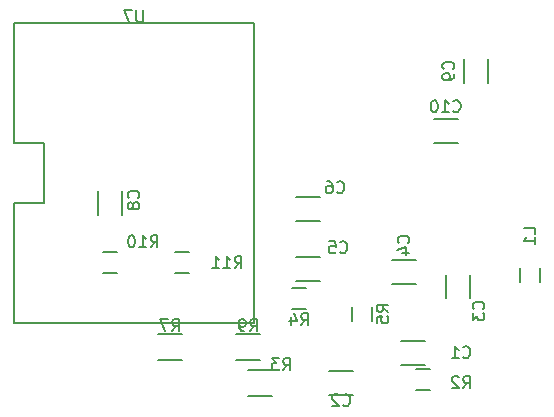
<source format=gbo>
G04 #@! TF.GenerationSoftware,KiCad,Pcbnew,(2016-12-18 revision 3ffa37c)-makepkg*
G04 #@! TF.CreationDate,2016-12-23T23:11:33-05:00*
G04 #@! TF.ProjectId,Energy_Meter,456E657267795F4D657465722E6B6963,rev?*
G04 #@! TF.FileFunction,Legend,Bot*
G04 #@! TF.FilePolarity,Positive*
%FSLAX46Y46*%
G04 Gerber Fmt 4.6, Leading zero omitted, Abs format (unit mm)*
G04 Created by KiCad (PCBNEW (2016-12-18 revision 3ffa37c)-makepkg) date 12/23/16 23:11:33*
%MOMM*%
%LPD*%
G01*
G04 APERTURE LIST*
%ADD10C,0.100000*%
%ADD11C,0.150000*%
G04 APERTURE END LIST*
D10*
D11*
X188230000Y-119879000D02*
X190230000Y-119879000D01*
X190230000Y-121929000D02*
X188230000Y-121929000D01*
X184134000Y-124469000D02*
X182134000Y-124469000D01*
X182134000Y-122419000D02*
X184134000Y-122419000D01*
X194065000Y-114284000D02*
X194065000Y-116284000D01*
X192015000Y-116284000D02*
X192015000Y-114284000D01*
X189468000Y-115071000D02*
X187468000Y-115071000D01*
X187468000Y-113021000D02*
X189468000Y-113021000D01*
X181340000Y-114817000D02*
X179340000Y-114817000D01*
X179340000Y-112767000D02*
X181340000Y-112767000D01*
X181340000Y-109737000D02*
X179340000Y-109737000D01*
X179340000Y-107687000D02*
X181340000Y-107687000D01*
X162551000Y-109204000D02*
X162551000Y-107204000D01*
X164601000Y-107204000D02*
X164601000Y-109204000D01*
X193539000Y-98028000D02*
X193539000Y-96028000D01*
X195589000Y-96028000D02*
X195589000Y-98028000D01*
X190992000Y-101083000D02*
X192992000Y-101083000D01*
X192992000Y-103133000D02*
X190992000Y-103133000D01*
X189472000Y-124065000D02*
X190672000Y-124065000D01*
X190672000Y-122315000D02*
X189472000Y-122315000D01*
X175276000Y-124519000D02*
X177276000Y-124519000D01*
X177276000Y-122369000D02*
X175276000Y-122369000D01*
X180178000Y-115457000D02*
X178978000Y-115457000D01*
X178978000Y-117207000D02*
X180178000Y-117207000D01*
X184037000Y-117002000D02*
X184037000Y-118202000D01*
X185787000Y-118202000D02*
X185787000Y-117002000D01*
X169656000Y-119321000D02*
X167656000Y-119321000D01*
X167656000Y-121471000D02*
X169656000Y-121471000D01*
X176260000Y-119321000D02*
X174260000Y-119321000D01*
X174260000Y-121471000D02*
X176260000Y-121471000D01*
X162976000Y-114159000D02*
X164176000Y-114159000D01*
X164176000Y-112409000D02*
X162976000Y-112409000D01*
X169072000Y-114159000D02*
X170272000Y-114159000D01*
X170272000Y-112409000D02*
X169072000Y-112409000D01*
X175768000Y-92964000D02*
X155448000Y-92964000D01*
X175768000Y-118364000D02*
X175768000Y-92964000D01*
X155448000Y-118364000D02*
X175768000Y-118364000D01*
X155448000Y-108204000D02*
X155448000Y-118364000D01*
X157988000Y-108204000D02*
X155448000Y-108204000D01*
X157988000Y-103124000D02*
X157988000Y-108204000D01*
X155448000Y-103124000D02*
X157988000Y-103124000D01*
X155448000Y-92964000D02*
X155448000Y-103124000D01*
X198261000Y-113700000D02*
X198261000Y-114900000D01*
X200011000Y-114900000D02*
X200011000Y-113700000D01*
X193460666Y-121261142D02*
X193508285Y-121308761D01*
X193651142Y-121356380D01*
X193746380Y-121356380D01*
X193889238Y-121308761D01*
X193984476Y-121213523D01*
X194032095Y-121118285D01*
X194079714Y-120927809D01*
X194079714Y-120784952D01*
X194032095Y-120594476D01*
X193984476Y-120499238D01*
X193889238Y-120404000D01*
X193746380Y-120356380D01*
X193651142Y-120356380D01*
X193508285Y-120404000D01*
X193460666Y-120451619D01*
X192508285Y-121356380D02*
X193079714Y-121356380D01*
X192794000Y-121356380D02*
X192794000Y-120356380D01*
X192889238Y-120499238D01*
X192984476Y-120594476D01*
X193079714Y-120642095D01*
X183300666Y-125325142D02*
X183348285Y-125372761D01*
X183491142Y-125420380D01*
X183586380Y-125420380D01*
X183729238Y-125372761D01*
X183824476Y-125277523D01*
X183872095Y-125182285D01*
X183919714Y-124991809D01*
X183919714Y-124848952D01*
X183872095Y-124658476D01*
X183824476Y-124563238D01*
X183729238Y-124468000D01*
X183586380Y-124420380D01*
X183491142Y-124420380D01*
X183348285Y-124468000D01*
X183300666Y-124515619D01*
X182919714Y-124515619D02*
X182872095Y-124468000D01*
X182776857Y-124420380D01*
X182538761Y-124420380D01*
X182443523Y-124468000D01*
X182395904Y-124515619D01*
X182348285Y-124610857D01*
X182348285Y-124706095D01*
X182395904Y-124848952D01*
X182967333Y-125420380D01*
X182348285Y-125420380D01*
X195175142Y-117181333D02*
X195222761Y-117133714D01*
X195270380Y-116990857D01*
X195270380Y-116895619D01*
X195222761Y-116752761D01*
X195127523Y-116657523D01*
X195032285Y-116609904D01*
X194841809Y-116562285D01*
X194698952Y-116562285D01*
X194508476Y-116609904D01*
X194413238Y-116657523D01*
X194318000Y-116752761D01*
X194270380Y-116895619D01*
X194270380Y-116990857D01*
X194318000Y-117133714D01*
X194365619Y-117181333D01*
X194270380Y-117514666D02*
X194270380Y-118133714D01*
X194651333Y-117800380D01*
X194651333Y-117943238D01*
X194698952Y-118038476D01*
X194746571Y-118086095D01*
X194841809Y-118133714D01*
X195079904Y-118133714D01*
X195175142Y-118086095D01*
X195222761Y-118038476D01*
X195270380Y-117943238D01*
X195270380Y-117657523D01*
X195222761Y-117562285D01*
X195175142Y-117514666D01*
X188825142Y-111593333D02*
X188872761Y-111545714D01*
X188920380Y-111402857D01*
X188920380Y-111307619D01*
X188872761Y-111164761D01*
X188777523Y-111069523D01*
X188682285Y-111021904D01*
X188491809Y-110974285D01*
X188348952Y-110974285D01*
X188158476Y-111021904D01*
X188063238Y-111069523D01*
X187968000Y-111164761D01*
X187920380Y-111307619D01*
X187920380Y-111402857D01*
X187968000Y-111545714D01*
X188015619Y-111593333D01*
X188253714Y-112450476D02*
X188920380Y-112450476D01*
X187872761Y-112212380D02*
X188587047Y-111974285D01*
X188587047Y-112593333D01*
X183046666Y-112371142D02*
X183094285Y-112418761D01*
X183237142Y-112466380D01*
X183332380Y-112466380D01*
X183475238Y-112418761D01*
X183570476Y-112323523D01*
X183618095Y-112228285D01*
X183665714Y-112037809D01*
X183665714Y-111894952D01*
X183618095Y-111704476D01*
X183570476Y-111609238D01*
X183475238Y-111514000D01*
X183332380Y-111466380D01*
X183237142Y-111466380D01*
X183094285Y-111514000D01*
X183046666Y-111561619D01*
X182141904Y-111466380D02*
X182618095Y-111466380D01*
X182665714Y-111942571D01*
X182618095Y-111894952D01*
X182522857Y-111847333D01*
X182284761Y-111847333D01*
X182189523Y-111894952D01*
X182141904Y-111942571D01*
X182094285Y-112037809D01*
X182094285Y-112275904D01*
X182141904Y-112371142D01*
X182189523Y-112418761D01*
X182284761Y-112466380D01*
X182522857Y-112466380D01*
X182618095Y-112418761D01*
X182665714Y-112371142D01*
X182792666Y-107291142D02*
X182840285Y-107338761D01*
X182983142Y-107386380D01*
X183078380Y-107386380D01*
X183221238Y-107338761D01*
X183316476Y-107243523D01*
X183364095Y-107148285D01*
X183411714Y-106957809D01*
X183411714Y-106814952D01*
X183364095Y-106624476D01*
X183316476Y-106529238D01*
X183221238Y-106434000D01*
X183078380Y-106386380D01*
X182983142Y-106386380D01*
X182840285Y-106434000D01*
X182792666Y-106481619D01*
X181935523Y-106386380D02*
X182126000Y-106386380D01*
X182221238Y-106434000D01*
X182268857Y-106481619D01*
X182364095Y-106624476D01*
X182411714Y-106814952D01*
X182411714Y-107195904D01*
X182364095Y-107291142D01*
X182316476Y-107338761D01*
X182221238Y-107386380D01*
X182030761Y-107386380D01*
X181935523Y-107338761D01*
X181887904Y-107291142D01*
X181840285Y-107195904D01*
X181840285Y-106957809D01*
X181887904Y-106862571D01*
X181935523Y-106814952D01*
X182030761Y-106767333D01*
X182221238Y-106767333D01*
X182316476Y-106814952D01*
X182364095Y-106862571D01*
X182411714Y-106957809D01*
X165965142Y-107783333D02*
X166012761Y-107735714D01*
X166060380Y-107592857D01*
X166060380Y-107497619D01*
X166012761Y-107354761D01*
X165917523Y-107259523D01*
X165822285Y-107211904D01*
X165631809Y-107164285D01*
X165488952Y-107164285D01*
X165298476Y-107211904D01*
X165203238Y-107259523D01*
X165108000Y-107354761D01*
X165060380Y-107497619D01*
X165060380Y-107592857D01*
X165108000Y-107735714D01*
X165155619Y-107783333D01*
X165488952Y-108354761D02*
X165441333Y-108259523D01*
X165393714Y-108211904D01*
X165298476Y-108164285D01*
X165250857Y-108164285D01*
X165155619Y-108211904D01*
X165108000Y-108259523D01*
X165060380Y-108354761D01*
X165060380Y-108545238D01*
X165108000Y-108640476D01*
X165155619Y-108688095D01*
X165250857Y-108735714D01*
X165298476Y-108735714D01*
X165393714Y-108688095D01*
X165441333Y-108640476D01*
X165488952Y-108545238D01*
X165488952Y-108354761D01*
X165536571Y-108259523D01*
X165584190Y-108211904D01*
X165679428Y-108164285D01*
X165869904Y-108164285D01*
X165965142Y-108211904D01*
X166012761Y-108259523D01*
X166060380Y-108354761D01*
X166060380Y-108545238D01*
X166012761Y-108640476D01*
X165965142Y-108688095D01*
X165869904Y-108735714D01*
X165679428Y-108735714D01*
X165584190Y-108688095D01*
X165536571Y-108640476D01*
X165488952Y-108545238D01*
X192621142Y-96861333D02*
X192668761Y-96813714D01*
X192716380Y-96670857D01*
X192716380Y-96575619D01*
X192668761Y-96432761D01*
X192573523Y-96337523D01*
X192478285Y-96289904D01*
X192287809Y-96242285D01*
X192144952Y-96242285D01*
X191954476Y-96289904D01*
X191859238Y-96337523D01*
X191764000Y-96432761D01*
X191716380Y-96575619D01*
X191716380Y-96670857D01*
X191764000Y-96813714D01*
X191811619Y-96861333D01*
X192716380Y-97337523D02*
X192716380Y-97528000D01*
X192668761Y-97623238D01*
X192621142Y-97670857D01*
X192478285Y-97766095D01*
X192287809Y-97813714D01*
X191906857Y-97813714D01*
X191811619Y-97766095D01*
X191764000Y-97718476D01*
X191716380Y-97623238D01*
X191716380Y-97432761D01*
X191764000Y-97337523D01*
X191811619Y-97289904D01*
X191906857Y-97242285D01*
X192144952Y-97242285D01*
X192240190Y-97289904D01*
X192287809Y-97337523D01*
X192335428Y-97432761D01*
X192335428Y-97623238D01*
X192287809Y-97718476D01*
X192240190Y-97766095D01*
X192144952Y-97813714D01*
X192634857Y-100433142D02*
X192682476Y-100480761D01*
X192825333Y-100528380D01*
X192920571Y-100528380D01*
X193063428Y-100480761D01*
X193158666Y-100385523D01*
X193206285Y-100290285D01*
X193253904Y-100099809D01*
X193253904Y-99956952D01*
X193206285Y-99766476D01*
X193158666Y-99671238D01*
X193063428Y-99576000D01*
X192920571Y-99528380D01*
X192825333Y-99528380D01*
X192682476Y-99576000D01*
X192634857Y-99623619D01*
X191682476Y-100528380D02*
X192253904Y-100528380D01*
X191968190Y-100528380D02*
X191968190Y-99528380D01*
X192063428Y-99671238D01*
X192158666Y-99766476D01*
X192253904Y-99814095D01*
X191063428Y-99528380D02*
X190968190Y-99528380D01*
X190872952Y-99576000D01*
X190825333Y-99623619D01*
X190777714Y-99718857D01*
X190730095Y-99909333D01*
X190730095Y-100147428D01*
X190777714Y-100337904D01*
X190825333Y-100433142D01*
X190872952Y-100480761D01*
X190968190Y-100528380D01*
X191063428Y-100528380D01*
X191158666Y-100480761D01*
X191206285Y-100433142D01*
X191253904Y-100337904D01*
X191301523Y-100147428D01*
X191301523Y-99909333D01*
X191253904Y-99718857D01*
X191206285Y-99623619D01*
X191158666Y-99576000D01*
X191063428Y-99528380D01*
X193460666Y-123896380D02*
X193794000Y-123420190D01*
X194032095Y-123896380D02*
X194032095Y-122896380D01*
X193651142Y-122896380D01*
X193555904Y-122944000D01*
X193508285Y-122991619D01*
X193460666Y-123086857D01*
X193460666Y-123229714D01*
X193508285Y-123324952D01*
X193555904Y-123372571D01*
X193651142Y-123420190D01*
X194032095Y-123420190D01*
X193079714Y-122991619D02*
X193032095Y-122944000D01*
X192936857Y-122896380D01*
X192698761Y-122896380D01*
X192603523Y-122944000D01*
X192555904Y-122991619D01*
X192508285Y-123086857D01*
X192508285Y-123182095D01*
X192555904Y-123324952D01*
X193127333Y-123896380D01*
X192508285Y-123896380D01*
X178220666Y-122372380D02*
X178554000Y-121896190D01*
X178792095Y-122372380D02*
X178792095Y-121372380D01*
X178411142Y-121372380D01*
X178315904Y-121420000D01*
X178268285Y-121467619D01*
X178220666Y-121562857D01*
X178220666Y-121705714D01*
X178268285Y-121800952D01*
X178315904Y-121848571D01*
X178411142Y-121896190D01*
X178792095Y-121896190D01*
X177887333Y-121372380D02*
X177268285Y-121372380D01*
X177601619Y-121753333D01*
X177458761Y-121753333D01*
X177363523Y-121800952D01*
X177315904Y-121848571D01*
X177268285Y-121943809D01*
X177268285Y-122181904D01*
X177315904Y-122277142D01*
X177363523Y-122324761D01*
X177458761Y-122372380D01*
X177744476Y-122372380D01*
X177839714Y-122324761D01*
X177887333Y-122277142D01*
X179744666Y-118562380D02*
X180078000Y-118086190D01*
X180316095Y-118562380D02*
X180316095Y-117562380D01*
X179935142Y-117562380D01*
X179839904Y-117610000D01*
X179792285Y-117657619D01*
X179744666Y-117752857D01*
X179744666Y-117895714D01*
X179792285Y-117990952D01*
X179839904Y-118038571D01*
X179935142Y-118086190D01*
X180316095Y-118086190D01*
X178887523Y-117895714D02*
X178887523Y-118562380D01*
X179125619Y-117514761D02*
X179363714Y-118229047D01*
X178744666Y-118229047D01*
X187142380Y-117435333D02*
X186666190Y-117102000D01*
X187142380Y-116863904D02*
X186142380Y-116863904D01*
X186142380Y-117244857D01*
X186190000Y-117340095D01*
X186237619Y-117387714D01*
X186332857Y-117435333D01*
X186475714Y-117435333D01*
X186570952Y-117387714D01*
X186618571Y-117340095D01*
X186666190Y-117244857D01*
X186666190Y-116863904D01*
X186142380Y-118340095D02*
X186142380Y-117863904D01*
X186618571Y-117816285D01*
X186570952Y-117863904D01*
X186523333Y-117959142D01*
X186523333Y-118197238D01*
X186570952Y-118292476D01*
X186618571Y-118340095D01*
X186713809Y-118387714D01*
X186951904Y-118387714D01*
X187047142Y-118340095D01*
X187094761Y-118292476D01*
X187142380Y-118197238D01*
X187142380Y-117959142D01*
X187094761Y-117863904D01*
X187047142Y-117816285D01*
X168822666Y-119070380D02*
X169156000Y-118594190D01*
X169394095Y-119070380D02*
X169394095Y-118070380D01*
X169013142Y-118070380D01*
X168917904Y-118118000D01*
X168870285Y-118165619D01*
X168822666Y-118260857D01*
X168822666Y-118403714D01*
X168870285Y-118498952D01*
X168917904Y-118546571D01*
X169013142Y-118594190D01*
X169394095Y-118594190D01*
X168489333Y-118070380D02*
X167822666Y-118070380D01*
X168251238Y-119070380D01*
X175426666Y-119070380D02*
X175760000Y-118594190D01*
X175998095Y-119070380D02*
X175998095Y-118070380D01*
X175617142Y-118070380D01*
X175521904Y-118118000D01*
X175474285Y-118165619D01*
X175426666Y-118260857D01*
X175426666Y-118403714D01*
X175474285Y-118498952D01*
X175521904Y-118546571D01*
X175617142Y-118594190D01*
X175998095Y-118594190D01*
X174950476Y-119070380D02*
X174760000Y-119070380D01*
X174664761Y-119022761D01*
X174617142Y-118975142D01*
X174521904Y-118832285D01*
X174474285Y-118641809D01*
X174474285Y-118260857D01*
X174521904Y-118165619D01*
X174569523Y-118118000D01*
X174664761Y-118070380D01*
X174855238Y-118070380D01*
X174950476Y-118118000D01*
X174998095Y-118165619D01*
X175045714Y-118260857D01*
X175045714Y-118498952D01*
X174998095Y-118594190D01*
X174950476Y-118641809D01*
X174855238Y-118689428D01*
X174664761Y-118689428D01*
X174569523Y-118641809D01*
X174521904Y-118594190D01*
X174474285Y-118498952D01*
X167012857Y-111958380D02*
X167346190Y-111482190D01*
X167584285Y-111958380D02*
X167584285Y-110958380D01*
X167203333Y-110958380D01*
X167108095Y-111006000D01*
X167060476Y-111053619D01*
X167012857Y-111148857D01*
X167012857Y-111291714D01*
X167060476Y-111386952D01*
X167108095Y-111434571D01*
X167203333Y-111482190D01*
X167584285Y-111482190D01*
X166060476Y-111958380D02*
X166631904Y-111958380D01*
X166346190Y-111958380D02*
X166346190Y-110958380D01*
X166441428Y-111101238D01*
X166536666Y-111196476D01*
X166631904Y-111244095D01*
X165441428Y-110958380D02*
X165346190Y-110958380D01*
X165250952Y-111006000D01*
X165203333Y-111053619D01*
X165155714Y-111148857D01*
X165108095Y-111339333D01*
X165108095Y-111577428D01*
X165155714Y-111767904D01*
X165203333Y-111863142D01*
X165250952Y-111910761D01*
X165346190Y-111958380D01*
X165441428Y-111958380D01*
X165536666Y-111910761D01*
X165584285Y-111863142D01*
X165631904Y-111767904D01*
X165679523Y-111577428D01*
X165679523Y-111339333D01*
X165631904Y-111148857D01*
X165584285Y-111053619D01*
X165536666Y-111006000D01*
X165441428Y-110958380D01*
X174124857Y-113736380D02*
X174458190Y-113260190D01*
X174696285Y-113736380D02*
X174696285Y-112736380D01*
X174315333Y-112736380D01*
X174220095Y-112784000D01*
X174172476Y-112831619D01*
X174124857Y-112926857D01*
X174124857Y-113069714D01*
X174172476Y-113164952D01*
X174220095Y-113212571D01*
X174315333Y-113260190D01*
X174696285Y-113260190D01*
X173172476Y-113736380D02*
X173743904Y-113736380D01*
X173458190Y-113736380D02*
X173458190Y-112736380D01*
X173553428Y-112879238D01*
X173648666Y-112974476D01*
X173743904Y-113022095D01*
X172220095Y-113736380D02*
X172791523Y-113736380D01*
X172505809Y-113736380D02*
X172505809Y-112736380D01*
X172601047Y-112879238D01*
X172696285Y-112974476D01*
X172791523Y-113022095D01*
X166369904Y-91916380D02*
X166369904Y-92725904D01*
X166322285Y-92821142D01*
X166274666Y-92868761D01*
X166179428Y-92916380D01*
X165988952Y-92916380D01*
X165893714Y-92868761D01*
X165846095Y-92821142D01*
X165798476Y-92725904D01*
X165798476Y-91916380D01*
X165417523Y-91916380D02*
X164750857Y-91916380D01*
X165179428Y-92916380D01*
X199588380Y-110831333D02*
X199588380Y-110355142D01*
X198588380Y-110355142D01*
X199588380Y-111688476D02*
X199588380Y-111117047D01*
X199588380Y-111402761D02*
X198588380Y-111402761D01*
X198731238Y-111307523D01*
X198826476Y-111212285D01*
X198874095Y-111117047D01*
M02*

</source>
